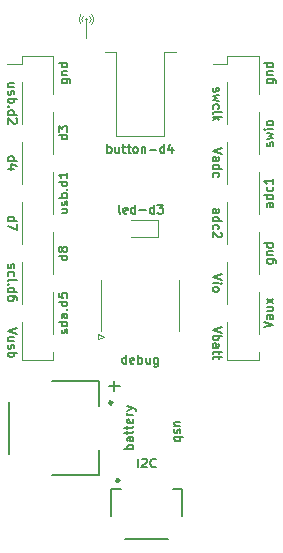
<source format=gbr>
G04 #@! TF.GenerationSoftware,KiCad,Pcbnew,(5.1.5-0-10_14)*
G04 #@! TF.CreationDate,2021-01-28T10:40:12+01:00*
G04 #@! TF.ProjectId,s1-popout-board,73312d70-6f70-46f7-9574-2d626f617264,2*
G04 #@! TF.SameCoordinates,Original*
G04 #@! TF.FileFunction,Legend,Top*
G04 #@! TF.FilePolarity,Positive*
%FSLAX46Y46*%
G04 Gerber Fmt 4.6, Leading zero omitted, Abs format (unit mm)*
G04 Created by KiCad (PCBNEW (5.1.5-0-10_14)) date 2021-01-28 10:40:12*
%MOMM*%
%LPD*%
G04 APERTURE LIST*
%ADD10C,0.120000*%
%ADD11C,0.150000*%
%ADD12C,0.127000*%
%ADD13C,0.300000*%
%ADD14C,0.050000*%
G04 APERTURE END LIST*
D10*
X102676133Y-43173867D02*
G75*
G02X102676133Y-43726133I-276133J-276133D01*
G01*
X102849999Y-43000001D02*
G75*
G02X102849999Y-43899999I-449999J-449999D01*
G01*
X102123867Y-43726133D02*
G75*
G02X102123867Y-43173867I276133J276133D01*
G01*
X102511803Y-43450000D02*
G75*
G03X102511803Y-43450000I-111803J0D01*
G01*
X102400000Y-44050000D02*
X102400000Y-45000000D01*
X101950001Y-43899999D02*
G75*
G02X101950001Y-43000001I449999J449999D01*
G01*
X102400000Y-44100000D02*
X102400000Y-43450000D01*
D11*
X104292857Y-74485714D02*
X105207142Y-74485714D01*
X104750000Y-74942857D02*
X104750000Y-74028571D01*
X104172142Y-54759285D02*
X104172142Y-54009285D01*
X104172142Y-54295000D02*
X104243571Y-54259285D01*
X104386428Y-54259285D01*
X104457857Y-54295000D01*
X104493571Y-54330714D01*
X104529285Y-54402142D01*
X104529285Y-54616428D01*
X104493571Y-54687857D01*
X104457857Y-54723571D01*
X104386428Y-54759285D01*
X104243571Y-54759285D01*
X104172142Y-54723571D01*
X105172142Y-54259285D02*
X105172142Y-54759285D01*
X104850714Y-54259285D02*
X104850714Y-54652142D01*
X104886428Y-54723571D01*
X104957857Y-54759285D01*
X105065000Y-54759285D01*
X105136428Y-54723571D01*
X105172142Y-54687857D01*
X105422142Y-54259285D02*
X105707857Y-54259285D01*
X105529285Y-54009285D02*
X105529285Y-54652142D01*
X105565000Y-54723571D01*
X105636428Y-54759285D01*
X105707857Y-54759285D01*
X105850714Y-54259285D02*
X106136428Y-54259285D01*
X105957857Y-54009285D02*
X105957857Y-54652142D01*
X105993571Y-54723571D01*
X106065000Y-54759285D01*
X106136428Y-54759285D01*
X106493571Y-54759285D02*
X106422142Y-54723571D01*
X106386428Y-54687857D01*
X106350714Y-54616428D01*
X106350714Y-54402142D01*
X106386428Y-54330714D01*
X106422142Y-54295000D01*
X106493571Y-54259285D01*
X106600714Y-54259285D01*
X106672142Y-54295000D01*
X106707857Y-54330714D01*
X106743571Y-54402142D01*
X106743571Y-54616428D01*
X106707857Y-54687857D01*
X106672142Y-54723571D01*
X106600714Y-54759285D01*
X106493571Y-54759285D01*
X107065000Y-54259285D02*
X107065000Y-54759285D01*
X107065000Y-54330714D02*
X107100714Y-54295000D01*
X107172142Y-54259285D01*
X107279285Y-54259285D01*
X107350714Y-54295000D01*
X107386428Y-54366428D01*
X107386428Y-54759285D01*
X107743571Y-54473571D02*
X108315000Y-54473571D01*
X108993571Y-54759285D02*
X108993571Y-54009285D01*
X108993571Y-54723571D02*
X108922142Y-54759285D01*
X108779285Y-54759285D01*
X108707857Y-54723571D01*
X108672142Y-54687857D01*
X108636428Y-54616428D01*
X108636428Y-54402142D01*
X108672142Y-54330714D01*
X108707857Y-54295000D01*
X108779285Y-54259285D01*
X108922142Y-54259285D01*
X108993571Y-54295000D01*
X109672142Y-54259285D02*
X109672142Y-54759285D01*
X109493571Y-53973571D02*
X109315000Y-54509285D01*
X109779285Y-54509285D01*
X105267857Y-59889285D02*
X105196428Y-59853571D01*
X105160714Y-59782142D01*
X105160714Y-59139285D01*
X105839285Y-59853571D02*
X105767857Y-59889285D01*
X105625000Y-59889285D01*
X105553571Y-59853571D01*
X105517857Y-59782142D01*
X105517857Y-59496428D01*
X105553571Y-59425000D01*
X105625000Y-59389285D01*
X105767857Y-59389285D01*
X105839285Y-59425000D01*
X105875000Y-59496428D01*
X105875000Y-59567857D01*
X105517857Y-59639285D01*
X106517857Y-59889285D02*
X106517857Y-59139285D01*
X106517857Y-59853571D02*
X106446428Y-59889285D01*
X106303571Y-59889285D01*
X106232142Y-59853571D01*
X106196428Y-59817857D01*
X106160714Y-59746428D01*
X106160714Y-59532142D01*
X106196428Y-59460714D01*
X106232142Y-59425000D01*
X106303571Y-59389285D01*
X106446428Y-59389285D01*
X106517857Y-59425000D01*
X106875000Y-59603571D02*
X107446428Y-59603571D01*
X108125000Y-59889285D02*
X108125000Y-59139285D01*
X108125000Y-59853571D02*
X108053571Y-59889285D01*
X107910714Y-59889285D01*
X107839285Y-59853571D01*
X107803571Y-59817857D01*
X107767857Y-59746428D01*
X107767857Y-59532142D01*
X107803571Y-59460714D01*
X107839285Y-59425000D01*
X107910714Y-59389285D01*
X108053571Y-59389285D01*
X108125000Y-59425000D01*
X108410714Y-59139285D02*
X108875000Y-59139285D01*
X108625000Y-59425000D01*
X108732142Y-59425000D01*
X108803571Y-59460714D01*
X108839285Y-59496428D01*
X108875000Y-59567857D01*
X108875000Y-59746428D01*
X108839285Y-59817857D01*
X108803571Y-59853571D01*
X108732142Y-59889285D01*
X108517857Y-59889285D01*
X108446428Y-59853571D01*
X108410714Y-59817857D01*
X105771428Y-72589285D02*
X105771428Y-71839285D01*
X105771428Y-72553571D02*
X105700000Y-72589285D01*
X105557142Y-72589285D01*
X105485714Y-72553571D01*
X105450000Y-72517857D01*
X105414285Y-72446428D01*
X105414285Y-72232142D01*
X105450000Y-72160714D01*
X105485714Y-72125000D01*
X105557142Y-72089285D01*
X105700000Y-72089285D01*
X105771428Y-72125000D01*
X106414285Y-72553571D02*
X106342857Y-72589285D01*
X106200000Y-72589285D01*
X106128571Y-72553571D01*
X106092857Y-72482142D01*
X106092857Y-72196428D01*
X106128571Y-72125000D01*
X106200000Y-72089285D01*
X106342857Y-72089285D01*
X106414285Y-72125000D01*
X106450000Y-72196428D01*
X106450000Y-72267857D01*
X106092857Y-72339285D01*
X106771428Y-72589285D02*
X106771428Y-71839285D01*
X106771428Y-72125000D02*
X106842857Y-72089285D01*
X106985714Y-72089285D01*
X107057142Y-72125000D01*
X107092857Y-72160714D01*
X107128571Y-72232142D01*
X107128571Y-72446428D01*
X107092857Y-72517857D01*
X107057142Y-72553571D01*
X106985714Y-72589285D01*
X106842857Y-72589285D01*
X106771428Y-72553571D01*
X107771428Y-72089285D02*
X107771428Y-72589285D01*
X107450000Y-72089285D02*
X107450000Y-72482142D01*
X107485714Y-72553571D01*
X107557142Y-72589285D01*
X107664285Y-72589285D01*
X107735714Y-72553571D01*
X107771428Y-72517857D01*
X108450000Y-72089285D02*
X108450000Y-72696428D01*
X108414285Y-72767857D01*
X108378571Y-72803571D01*
X108307142Y-72839285D01*
X108200000Y-72839285D01*
X108128571Y-72803571D01*
X108450000Y-72553571D02*
X108378571Y-72589285D01*
X108235714Y-72589285D01*
X108164285Y-72553571D01*
X108128571Y-72517857D01*
X108092857Y-72446428D01*
X108092857Y-72232142D01*
X108128571Y-72160714D01*
X108164285Y-72125000D01*
X108235714Y-72089285D01*
X108378571Y-72089285D01*
X108450000Y-72125000D01*
X110350714Y-77837857D02*
X109850714Y-77837857D01*
X110350714Y-77516428D02*
X109957857Y-77516428D01*
X109886428Y-77552142D01*
X109850714Y-77623571D01*
X109850714Y-77730714D01*
X109886428Y-77802142D01*
X109922142Y-77837857D01*
X109886428Y-78159285D02*
X109850714Y-78230714D01*
X109850714Y-78373571D01*
X109886428Y-78445000D01*
X109957857Y-78480714D01*
X109993571Y-78480714D01*
X110065000Y-78445000D01*
X110100714Y-78373571D01*
X110100714Y-78266428D01*
X110136428Y-78195000D01*
X110207857Y-78159285D01*
X110243571Y-78159285D01*
X110315000Y-78195000D01*
X110350714Y-78266428D01*
X110350714Y-78373571D01*
X110315000Y-78445000D01*
X109850714Y-78802142D02*
X110600714Y-78802142D01*
X110315000Y-78802142D02*
X110350714Y-78873571D01*
X110350714Y-79016428D01*
X110315000Y-79087857D01*
X110279285Y-79123571D01*
X110207857Y-79159285D01*
X109993571Y-79159285D01*
X109922142Y-79123571D01*
X109886428Y-79087857D01*
X109850714Y-79016428D01*
X109850714Y-78873571D01*
X109886428Y-78802142D01*
X106767857Y-81389285D02*
X106767857Y-80639285D01*
X107089285Y-80710714D02*
X107125000Y-80675000D01*
X107196428Y-80639285D01*
X107375000Y-80639285D01*
X107446428Y-80675000D01*
X107482142Y-80710714D01*
X107517857Y-80782142D01*
X107517857Y-80853571D01*
X107482142Y-80960714D01*
X107053571Y-81389285D01*
X107517857Y-81389285D01*
X108267857Y-81317857D02*
X108232142Y-81353571D01*
X108125000Y-81389285D01*
X108053571Y-81389285D01*
X107946428Y-81353571D01*
X107875000Y-81282142D01*
X107839285Y-81210714D01*
X107803571Y-81067857D01*
X107803571Y-80960714D01*
X107839285Y-80817857D01*
X107875000Y-80746428D01*
X107946428Y-80675000D01*
X108053571Y-80639285D01*
X108125000Y-80639285D01*
X108232142Y-80675000D01*
X108267857Y-80710714D01*
X106339285Y-79817857D02*
X105589285Y-79817857D01*
X105875000Y-79817857D02*
X105839285Y-79746428D01*
X105839285Y-79603571D01*
X105875000Y-79532142D01*
X105910714Y-79496428D01*
X105982142Y-79460714D01*
X106196428Y-79460714D01*
X106267857Y-79496428D01*
X106303571Y-79532142D01*
X106339285Y-79603571D01*
X106339285Y-79746428D01*
X106303571Y-79817857D01*
X106339285Y-78817857D02*
X105946428Y-78817857D01*
X105875000Y-78853571D01*
X105839285Y-78925000D01*
X105839285Y-79067857D01*
X105875000Y-79139285D01*
X106303571Y-78817857D02*
X106339285Y-78889285D01*
X106339285Y-79067857D01*
X106303571Y-79139285D01*
X106232142Y-79175000D01*
X106160714Y-79175000D01*
X106089285Y-79139285D01*
X106053571Y-79067857D01*
X106053571Y-78889285D01*
X106017857Y-78817857D01*
X105839285Y-78567857D02*
X105839285Y-78282142D01*
X105589285Y-78460714D02*
X106232142Y-78460714D01*
X106303571Y-78425000D01*
X106339285Y-78353571D01*
X106339285Y-78282142D01*
X105839285Y-78139285D02*
X105839285Y-77853571D01*
X105589285Y-78032142D02*
X106232142Y-78032142D01*
X106303571Y-77996428D01*
X106339285Y-77925000D01*
X106339285Y-77853571D01*
X106303571Y-77317857D02*
X106339285Y-77389285D01*
X106339285Y-77532142D01*
X106303571Y-77603571D01*
X106232142Y-77639285D01*
X105946428Y-77639285D01*
X105875000Y-77603571D01*
X105839285Y-77532142D01*
X105839285Y-77389285D01*
X105875000Y-77317857D01*
X105946428Y-77282142D01*
X106017857Y-77282142D01*
X106089285Y-77639285D01*
X106339285Y-76960714D02*
X105839285Y-76960714D01*
X105982142Y-76960714D02*
X105910714Y-76925000D01*
X105875000Y-76889285D01*
X105839285Y-76817857D01*
X105839285Y-76746428D01*
X105839285Y-76567857D02*
X106339285Y-76389285D01*
X105839285Y-76210714D02*
X106339285Y-76389285D01*
X106517857Y-76460714D01*
X106553571Y-76496428D01*
X106589285Y-76567857D01*
X100289285Y-48517857D02*
X100896428Y-48517857D01*
X100967857Y-48553571D01*
X101003571Y-48589285D01*
X101039285Y-48660714D01*
X101039285Y-48767857D01*
X101003571Y-48839285D01*
X100753571Y-48517857D02*
X100789285Y-48589285D01*
X100789285Y-48732142D01*
X100753571Y-48803571D01*
X100717857Y-48839285D01*
X100646428Y-48875000D01*
X100432142Y-48875000D01*
X100360714Y-48839285D01*
X100325000Y-48803571D01*
X100289285Y-48732142D01*
X100289285Y-48589285D01*
X100325000Y-48517857D01*
X100289285Y-48160714D02*
X100789285Y-48160714D01*
X100360714Y-48160714D02*
X100325000Y-48125000D01*
X100289285Y-48053571D01*
X100289285Y-47946428D01*
X100325000Y-47875000D01*
X100396428Y-47839285D01*
X100789285Y-47839285D01*
X100789285Y-47160714D02*
X100039285Y-47160714D01*
X100753571Y-47160714D02*
X100789285Y-47232142D01*
X100789285Y-47375000D01*
X100753571Y-47446428D01*
X100717857Y-47482142D01*
X100646428Y-47517857D01*
X100432142Y-47517857D01*
X100360714Y-47482142D01*
X100325000Y-47446428D01*
X100289285Y-47375000D01*
X100289285Y-47232142D01*
X100325000Y-47160714D01*
X96260714Y-49192857D02*
X95760714Y-49192857D01*
X96260714Y-48871428D02*
X95867857Y-48871428D01*
X95796428Y-48907142D01*
X95760714Y-48978571D01*
X95760714Y-49085714D01*
X95796428Y-49157142D01*
X95832142Y-49192857D01*
X95796428Y-49514285D02*
X95760714Y-49585714D01*
X95760714Y-49728571D01*
X95796428Y-49800000D01*
X95867857Y-49835714D01*
X95903571Y-49835714D01*
X95975000Y-49800000D01*
X96010714Y-49728571D01*
X96010714Y-49621428D01*
X96046428Y-49550000D01*
X96117857Y-49514285D01*
X96153571Y-49514285D01*
X96225000Y-49550000D01*
X96260714Y-49621428D01*
X96260714Y-49728571D01*
X96225000Y-49800000D01*
X95760714Y-50157142D02*
X96510714Y-50157142D01*
X96225000Y-50157142D02*
X96260714Y-50228571D01*
X96260714Y-50371428D01*
X96225000Y-50442857D01*
X96189285Y-50478571D01*
X96117857Y-50514285D01*
X95903571Y-50514285D01*
X95832142Y-50478571D01*
X95796428Y-50442857D01*
X95760714Y-50371428D01*
X95760714Y-50228571D01*
X95796428Y-50157142D01*
X95832142Y-50835714D02*
X95796428Y-50871428D01*
X95760714Y-50835714D01*
X95796428Y-50800000D01*
X95832142Y-50835714D01*
X95760714Y-50835714D01*
X95760714Y-51514285D02*
X96510714Y-51514285D01*
X95796428Y-51514285D02*
X95760714Y-51442857D01*
X95760714Y-51300000D01*
X95796428Y-51228571D01*
X95832142Y-51192857D01*
X95903571Y-51157142D01*
X96117857Y-51157142D01*
X96189285Y-51192857D01*
X96225000Y-51228571D01*
X96260714Y-51300000D01*
X96260714Y-51442857D01*
X96225000Y-51514285D01*
X96439285Y-51835714D02*
X96475000Y-51871428D01*
X96510714Y-51942857D01*
X96510714Y-52121428D01*
X96475000Y-52192857D01*
X96439285Y-52228571D01*
X96367857Y-52264285D01*
X96296428Y-52264285D01*
X96189285Y-52228571D01*
X95760714Y-51800000D01*
X95760714Y-52264285D01*
X100789285Y-53246428D02*
X100039285Y-53246428D01*
X100753571Y-53246428D02*
X100789285Y-53317857D01*
X100789285Y-53460714D01*
X100753571Y-53532142D01*
X100717857Y-53567857D01*
X100646428Y-53603571D01*
X100432142Y-53603571D01*
X100360714Y-53567857D01*
X100325000Y-53532142D01*
X100289285Y-53460714D01*
X100289285Y-53317857D01*
X100325000Y-53246428D01*
X100039285Y-52960714D02*
X100039285Y-52496428D01*
X100325000Y-52746428D01*
X100325000Y-52639285D01*
X100360714Y-52567857D01*
X100396428Y-52532142D01*
X100467857Y-52496428D01*
X100646428Y-52496428D01*
X100717857Y-52532142D01*
X100753571Y-52567857D01*
X100789285Y-52639285D01*
X100789285Y-52853571D01*
X100753571Y-52925000D01*
X100717857Y-52960714D01*
X95760714Y-55403571D02*
X96510714Y-55403571D01*
X95796428Y-55403571D02*
X95760714Y-55332142D01*
X95760714Y-55189285D01*
X95796428Y-55117857D01*
X95832142Y-55082142D01*
X95903571Y-55046428D01*
X96117857Y-55046428D01*
X96189285Y-55082142D01*
X96225000Y-55117857D01*
X96260714Y-55189285D01*
X96260714Y-55332142D01*
X96225000Y-55403571D01*
X96260714Y-56082142D02*
X95760714Y-56082142D01*
X96546428Y-55903571D02*
X96010714Y-55725000D01*
X96010714Y-56189285D01*
X100289285Y-59507142D02*
X100789285Y-59507142D01*
X100289285Y-59828571D02*
X100682142Y-59828571D01*
X100753571Y-59792857D01*
X100789285Y-59721428D01*
X100789285Y-59614285D01*
X100753571Y-59542857D01*
X100717857Y-59507142D01*
X100753571Y-59185714D02*
X100789285Y-59114285D01*
X100789285Y-58971428D01*
X100753571Y-58900000D01*
X100682142Y-58864285D01*
X100646428Y-58864285D01*
X100575000Y-58900000D01*
X100539285Y-58971428D01*
X100539285Y-59078571D01*
X100503571Y-59150000D01*
X100432142Y-59185714D01*
X100396428Y-59185714D01*
X100325000Y-59150000D01*
X100289285Y-59078571D01*
X100289285Y-58971428D01*
X100325000Y-58900000D01*
X100789285Y-58542857D02*
X100039285Y-58542857D01*
X100325000Y-58542857D02*
X100289285Y-58471428D01*
X100289285Y-58328571D01*
X100325000Y-58257142D01*
X100360714Y-58221428D01*
X100432142Y-58185714D01*
X100646428Y-58185714D01*
X100717857Y-58221428D01*
X100753571Y-58257142D01*
X100789285Y-58328571D01*
X100789285Y-58471428D01*
X100753571Y-58542857D01*
X100717857Y-57864285D02*
X100753571Y-57828571D01*
X100789285Y-57864285D01*
X100753571Y-57900000D01*
X100717857Y-57864285D01*
X100789285Y-57864285D01*
X100789285Y-57185714D02*
X100039285Y-57185714D01*
X100753571Y-57185714D02*
X100789285Y-57257142D01*
X100789285Y-57400000D01*
X100753571Y-57471428D01*
X100717857Y-57507142D01*
X100646428Y-57542857D01*
X100432142Y-57542857D01*
X100360714Y-57507142D01*
X100325000Y-57471428D01*
X100289285Y-57400000D01*
X100289285Y-57257142D01*
X100325000Y-57185714D01*
X100789285Y-56435714D02*
X100789285Y-56864285D01*
X100789285Y-56650000D02*
X100039285Y-56650000D01*
X100146428Y-56721428D01*
X100217857Y-56792857D01*
X100253571Y-56864285D01*
X95760714Y-60503571D02*
X96510714Y-60503571D01*
X95796428Y-60503571D02*
X95760714Y-60432142D01*
X95760714Y-60289285D01*
X95796428Y-60217857D01*
X95832142Y-60182142D01*
X95903571Y-60146428D01*
X96117857Y-60146428D01*
X96189285Y-60182142D01*
X96225000Y-60217857D01*
X96260714Y-60289285D01*
X96260714Y-60432142D01*
X96225000Y-60503571D01*
X96510714Y-60789285D02*
X96510714Y-61289285D01*
X95760714Y-60967857D01*
X100789285Y-63446428D02*
X100039285Y-63446428D01*
X100753571Y-63446428D02*
X100789285Y-63517857D01*
X100789285Y-63660714D01*
X100753571Y-63732142D01*
X100717857Y-63767857D01*
X100646428Y-63803571D01*
X100432142Y-63803571D01*
X100360714Y-63767857D01*
X100325000Y-63732142D01*
X100289285Y-63660714D01*
X100289285Y-63517857D01*
X100325000Y-63446428D01*
X100360714Y-62982142D02*
X100325000Y-63053571D01*
X100289285Y-63089285D01*
X100217857Y-63125000D01*
X100182142Y-63125000D01*
X100110714Y-63089285D01*
X100075000Y-63053571D01*
X100039285Y-62982142D01*
X100039285Y-62839285D01*
X100075000Y-62767857D01*
X100110714Y-62732142D01*
X100182142Y-62696428D01*
X100217857Y-62696428D01*
X100289285Y-62732142D01*
X100325000Y-62767857D01*
X100360714Y-62839285D01*
X100360714Y-62982142D01*
X100396428Y-63053571D01*
X100432142Y-63089285D01*
X100503571Y-63125000D01*
X100646428Y-63125000D01*
X100717857Y-63089285D01*
X100753571Y-63053571D01*
X100789285Y-62982142D01*
X100789285Y-62839285D01*
X100753571Y-62767857D01*
X100717857Y-62732142D01*
X100646428Y-62696428D01*
X100503571Y-62696428D01*
X100432142Y-62732142D01*
X100396428Y-62767857D01*
X100360714Y-62839285D01*
X95796428Y-64196428D02*
X95760714Y-64267857D01*
X95760714Y-64410714D01*
X95796428Y-64482142D01*
X95867857Y-64517857D01*
X95903571Y-64517857D01*
X95975000Y-64482142D01*
X96010714Y-64410714D01*
X96010714Y-64303571D01*
X96046428Y-64232142D01*
X96117857Y-64196428D01*
X96153571Y-64196428D01*
X96225000Y-64232142D01*
X96260714Y-64303571D01*
X96260714Y-64410714D01*
X96225000Y-64482142D01*
X95796428Y-65160714D02*
X95760714Y-65089285D01*
X95760714Y-64946428D01*
X95796428Y-64875000D01*
X95832142Y-64839285D01*
X95903571Y-64803571D01*
X96117857Y-64803571D01*
X96189285Y-64839285D01*
X96225000Y-64875000D01*
X96260714Y-64946428D01*
X96260714Y-65089285D01*
X96225000Y-65160714D01*
X95760714Y-65589285D02*
X95796428Y-65517857D01*
X95867857Y-65482142D01*
X96510714Y-65482142D01*
X95832142Y-65875000D02*
X95796428Y-65910714D01*
X95760714Y-65875000D01*
X95796428Y-65839285D01*
X95832142Y-65875000D01*
X95760714Y-65875000D01*
X95760714Y-66553571D02*
X96510714Y-66553571D01*
X95796428Y-66553571D02*
X95760714Y-66482142D01*
X95760714Y-66339285D01*
X95796428Y-66267857D01*
X95832142Y-66232142D01*
X95903571Y-66196428D01*
X96117857Y-66196428D01*
X96189285Y-66232142D01*
X96225000Y-66267857D01*
X96260714Y-66339285D01*
X96260714Y-66482142D01*
X96225000Y-66553571D01*
X96510714Y-67232142D02*
X96510714Y-67089285D01*
X96475000Y-67017857D01*
X96439285Y-66982142D01*
X96332142Y-66910714D01*
X96189285Y-66875000D01*
X95903571Y-66875000D01*
X95832142Y-66910714D01*
X95796428Y-66946428D01*
X95760714Y-67017857D01*
X95760714Y-67160714D01*
X95796428Y-67232142D01*
X95832142Y-67267857D01*
X95903571Y-67303571D01*
X96082142Y-67303571D01*
X96153571Y-67267857D01*
X96189285Y-67232142D01*
X96225000Y-67160714D01*
X96225000Y-67017857D01*
X96189285Y-66946428D01*
X96153571Y-66910714D01*
X96082142Y-66875000D01*
X100753571Y-70014285D02*
X100789285Y-69942857D01*
X100789285Y-69800000D01*
X100753571Y-69728571D01*
X100682142Y-69692857D01*
X100646428Y-69692857D01*
X100575000Y-69728571D01*
X100539285Y-69800000D01*
X100539285Y-69907142D01*
X100503571Y-69978571D01*
X100432142Y-70014285D01*
X100396428Y-70014285D01*
X100325000Y-69978571D01*
X100289285Y-69907142D01*
X100289285Y-69800000D01*
X100325000Y-69728571D01*
X100789285Y-69050000D02*
X100039285Y-69050000D01*
X100753571Y-69050000D02*
X100789285Y-69121428D01*
X100789285Y-69264285D01*
X100753571Y-69335714D01*
X100717857Y-69371428D01*
X100646428Y-69407142D01*
X100432142Y-69407142D01*
X100360714Y-69371428D01*
X100325000Y-69335714D01*
X100289285Y-69264285D01*
X100289285Y-69121428D01*
X100325000Y-69050000D01*
X100789285Y-68371428D02*
X100396428Y-68371428D01*
X100325000Y-68407142D01*
X100289285Y-68478571D01*
X100289285Y-68621428D01*
X100325000Y-68692857D01*
X100753571Y-68371428D02*
X100789285Y-68442857D01*
X100789285Y-68621428D01*
X100753571Y-68692857D01*
X100682142Y-68728571D01*
X100610714Y-68728571D01*
X100539285Y-68692857D01*
X100503571Y-68621428D01*
X100503571Y-68442857D01*
X100467857Y-68371428D01*
X100717857Y-68014285D02*
X100753571Y-67978571D01*
X100789285Y-68014285D01*
X100753571Y-68050000D01*
X100717857Y-68014285D01*
X100789285Y-68014285D01*
X100789285Y-67335714D02*
X100039285Y-67335714D01*
X100753571Y-67335714D02*
X100789285Y-67407142D01*
X100789285Y-67550000D01*
X100753571Y-67621428D01*
X100717857Y-67657142D01*
X100646428Y-67692857D01*
X100432142Y-67692857D01*
X100360714Y-67657142D01*
X100325000Y-67621428D01*
X100289285Y-67550000D01*
X100289285Y-67407142D01*
X100325000Y-67335714D01*
X100039285Y-66621428D02*
X100039285Y-66978571D01*
X100396428Y-67014285D01*
X100360714Y-66978571D01*
X100325000Y-66907142D01*
X100325000Y-66728571D01*
X100360714Y-66657142D01*
X100396428Y-66621428D01*
X100467857Y-66585714D01*
X100646428Y-66585714D01*
X100717857Y-66621428D01*
X100753571Y-66657142D01*
X100789285Y-66728571D01*
X100789285Y-66907142D01*
X100753571Y-66978571D01*
X100717857Y-67014285D01*
X96510714Y-69617857D02*
X95760714Y-69867857D01*
X96510714Y-70117857D01*
X96260714Y-70689285D02*
X95760714Y-70689285D01*
X96260714Y-70367857D02*
X95867857Y-70367857D01*
X95796428Y-70403571D01*
X95760714Y-70475000D01*
X95760714Y-70582142D01*
X95796428Y-70653571D01*
X95832142Y-70689285D01*
X95796428Y-71010714D02*
X95760714Y-71082142D01*
X95760714Y-71225000D01*
X95796428Y-71296428D01*
X95867857Y-71332142D01*
X95903571Y-71332142D01*
X95975000Y-71296428D01*
X96010714Y-71225000D01*
X96010714Y-71117857D01*
X96046428Y-71046428D01*
X96117857Y-71010714D01*
X96153571Y-71010714D01*
X96225000Y-71046428D01*
X96260714Y-71117857D01*
X96260714Y-71225000D01*
X96225000Y-71296428D01*
X95760714Y-71653571D02*
X96510714Y-71653571D01*
X96225000Y-71653571D02*
X96260714Y-71725000D01*
X96260714Y-71867857D01*
X96225000Y-71939285D01*
X96189285Y-71975000D01*
X96117857Y-72010714D01*
X95903571Y-72010714D01*
X95832142Y-71975000D01*
X95796428Y-71939285D01*
X95760714Y-71867857D01*
X95760714Y-71725000D01*
X95796428Y-71653571D01*
X113860714Y-69492857D02*
X113110714Y-69742857D01*
X113860714Y-69992857D01*
X113110714Y-70242857D02*
X113860714Y-70242857D01*
X113575000Y-70242857D02*
X113610714Y-70314285D01*
X113610714Y-70457142D01*
X113575000Y-70528571D01*
X113539285Y-70564285D01*
X113467857Y-70600000D01*
X113253571Y-70600000D01*
X113182142Y-70564285D01*
X113146428Y-70528571D01*
X113110714Y-70457142D01*
X113110714Y-70314285D01*
X113146428Y-70242857D01*
X113110714Y-71242857D02*
X113503571Y-71242857D01*
X113575000Y-71207142D01*
X113610714Y-71135714D01*
X113610714Y-70992857D01*
X113575000Y-70921428D01*
X113146428Y-71242857D02*
X113110714Y-71171428D01*
X113110714Y-70992857D01*
X113146428Y-70921428D01*
X113217857Y-70885714D01*
X113289285Y-70885714D01*
X113360714Y-70921428D01*
X113396428Y-70992857D01*
X113396428Y-71171428D01*
X113432142Y-71242857D01*
X113610714Y-71492857D02*
X113610714Y-71778571D01*
X113860714Y-71600000D02*
X113217857Y-71600000D01*
X113146428Y-71635714D01*
X113110714Y-71707142D01*
X113110714Y-71778571D01*
X113610714Y-71921428D02*
X113610714Y-72207142D01*
X113860714Y-72028571D02*
X113217857Y-72028571D01*
X113146428Y-72064285D01*
X113110714Y-72135714D01*
X113110714Y-72207142D01*
X117439285Y-69532142D02*
X118189285Y-69282142D01*
X117439285Y-69032142D01*
X118189285Y-68460714D02*
X117796428Y-68460714D01*
X117725000Y-68496428D01*
X117689285Y-68567857D01*
X117689285Y-68710714D01*
X117725000Y-68782142D01*
X118153571Y-68460714D02*
X118189285Y-68532142D01*
X118189285Y-68710714D01*
X118153571Y-68782142D01*
X118082142Y-68817857D01*
X118010714Y-68817857D01*
X117939285Y-68782142D01*
X117903571Y-68710714D01*
X117903571Y-68532142D01*
X117867857Y-68460714D01*
X117689285Y-67782142D02*
X118189285Y-67782142D01*
X117689285Y-68103571D02*
X118082142Y-68103571D01*
X118153571Y-68067857D01*
X118189285Y-67996428D01*
X118189285Y-67889285D01*
X118153571Y-67817857D01*
X118117857Y-67782142D01*
X118189285Y-67496428D02*
X117689285Y-67103571D01*
X117689285Y-67496428D02*
X118189285Y-67103571D01*
X113860714Y-65032142D02*
X113110714Y-65282142D01*
X113860714Y-65532142D01*
X113110714Y-65782142D02*
X113610714Y-65782142D01*
X113860714Y-65782142D02*
X113825000Y-65746428D01*
X113789285Y-65782142D01*
X113825000Y-65817857D01*
X113860714Y-65782142D01*
X113789285Y-65782142D01*
X113110714Y-66246428D02*
X113146428Y-66175000D01*
X113182142Y-66139285D01*
X113253571Y-66103571D01*
X113467857Y-66103571D01*
X113539285Y-66139285D01*
X113575000Y-66175000D01*
X113610714Y-66246428D01*
X113610714Y-66353571D01*
X113575000Y-66425000D01*
X113539285Y-66460714D01*
X113467857Y-66496428D01*
X113253571Y-66496428D01*
X113182142Y-66460714D01*
X113146428Y-66425000D01*
X113110714Y-66353571D01*
X113110714Y-66246428D01*
X117689285Y-63767857D02*
X118296428Y-63767857D01*
X118367857Y-63803571D01*
X118403571Y-63839285D01*
X118439285Y-63910714D01*
X118439285Y-64017857D01*
X118403571Y-64089285D01*
X118153571Y-63767857D02*
X118189285Y-63839285D01*
X118189285Y-63982142D01*
X118153571Y-64053571D01*
X118117857Y-64089285D01*
X118046428Y-64125000D01*
X117832142Y-64125000D01*
X117760714Y-64089285D01*
X117725000Y-64053571D01*
X117689285Y-63982142D01*
X117689285Y-63839285D01*
X117725000Y-63767857D01*
X117689285Y-63410714D02*
X118189285Y-63410714D01*
X117760714Y-63410714D02*
X117725000Y-63375000D01*
X117689285Y-63303571D01*
X117689285Y-63196428D01*
X117725000Y-63125000D01*
X117796428Y-63089285D01*
X118189285Y-63089285D01*
X118189285Y-62410714D02*
X117439285Y-62410714D01*
X118153571Y-62410714D02*
X118189285Y-62482142D01*
X118189285Y-62625000D01*
X118153571Y-62696428D01*
X118117857Y-62732142D01*
X118046428Y-62767857D01*
X117832142Y-62767857D01*
X117760714Y-62732142D01*
X117725000Y-62696428D01*
X117689285Y-62625000D01*
X117689285Y-62482142D01*
X117725000Y-62410714D01*
X113110714Y-59842857D02*
X113503571Y-59842857D01*
X113575000Y-59807142D01*
X113610714Y-59735714D01*
X113610714Y-59592857D01*
X113575000Y-59521428D01*
X113146428Y-59842857D02*
X113110714Y-59771428D01*
X113110714Y-59592857D01*
X113146428Y-59521428D01*
X113217857Y-59485714D01*
X113289285Y-59485714D01*
X113360714Y-59521428D01*
X113396428Y-59592857D01*
X113396428Y-59771428D01*
X113432142Y-59842857D01*
X113110714Y-60521428D02*
X113860714Y-60521428D01*
X113146428Y-60521428D02*
X113110714Y-60450000D01*
X113110714Y-60307142D01*
X113146428Y-60235714D01*
X113182142Y-60200000D01*
X113253571Y-60164285D01*
X113467857Y-60164285D01*
X113539285Y-60200000D01*
X113575000Y-60235714D01*
X113610714Y-60307142D01*
X113610714Y-60450000D01*
X113575000Y-60521428D01*
X113146428Y-61200000D02*
X113110714Y-61128571D01*
X113110714Y-60985714D01*
X113146428Y-60914285D01*
X113182142Y-60878571D01*
X113253571Y-60842857D01*
X113467857Y-60842857D01*
X113539285Y-60878571D01*
X113575000Y-60914285D01*
X113610714Y-60985714D01*
X113610714Y-61128571D01*
X113575000Y-61200000D01*
X113789285Y-61485714D02*
X113825000Y-61521428D01*
X113860714Y-61592857D01*
X113860714Y-61771428D01*
X113825000Y-61842857D01*
X113789285Y-61878571D01*
X113717857Y-61914285D01*
X113646428Y-61914285D01*
X113539285Y-61878571D01*
X113110714Y-61450000D01*
X113110714Y-61914285D01*
X118189285Y-59007142D02*
X117796428Y-59007142D01*
X117725000Y-59042857D01*
X117689285Y-59114285D01*
X117689285Y-59257142D01*
X117725000Y-59328571D01*
X118153571Y-59007142D02*
X118189285Y-59078571D01*
X118189285Y-59257142D01*
X118153571Y-59328571D01*
X118082142Y-59364285D01*
X118010714Y-59364285D01*
X117939285Y-59328571D01*
X117903571Y-59257142D01*
X117903571Y-59078571D01*
X117867857Y-59007142D01*
X118189285Y-58328571D02*
X117439285Y-58328571D01*
X118153571Y-58328571D02*
X118189285Y-58400000D01*
X118189285Y-58542857D01*
X118153571Y-58614285D01*
X118117857Y-58650000D01*
X118046428Y-58685714D01*
X117832142Y-58685714D01*
X117760714Y-58650000D01*
X117725000Y-58614285D01*
X117689285Y-58542857D01*
X117689285Y-58400000D01*
X117725000Y-58328571D01*
X118153571Y-57650000D02*
X118189285Y-57721428D01*
X118189285Y-57864285D01*
X118153571Y-57935714D01*
X118117857Y-57971428D01*
X118046428Y-58007142D01*
X117832142Y-58007142D01*
X117760714Y-57971428D01*
X117725000Y-57935714D01*
X117689285Y-57864285D01*
X117689285Y-57721428D01*
X117725000Y-57650000D01*
X118189285Y-56935714D02*
X118189285Y-57364285D01*
X118189285Y-57150000D02*
X117439285Y-57150000D01*
X117546428Y-57221428D01*
X117617857Y-57292857D01*
X117653571Y-57364285D01*
X113860714Y-54350000D02*
X113110714Y-54600000D01*
X113860714Y-54850000D01*
X113110714Y-55421428D02*
X113503571Y-55421428D01*
X113575000Y-55385714D01*
X113610714Y-55314285D01*
X113610714Y-55171428D01*
X113575000Y-55100000D01*
X113146428Y-55421428D02*
X113110714Y-55350000D01*
X113110714Y-55171428D01*
X113146428Y-55100000D01*
X113217857Y-55064285D01*
X113289285Y-55064285D01*
X113360714Y-55100000D01*
X113396428Y-55171428D01*
X113396428Y-55350000D01*
X113432142Y-55421428D01*
X113110714Y-56100000D02*
X113860714Y-56100000D01*
X113146428Y-56100000D02*
X113110714Y-56028571D01*
X113110714Y-55885714D01*
X113146428Y-55814285D01*
X113182142Y-55778571D01*
X113253571Y-55742857D01*
X113467857Y-55742857D01*
X113539285Y-55778571D01*
X113575000Y-55814285D01*
X113610714Y-55885714D01*
X113610714Y-56028571D01*
X113575000Y-56100000D01*
X113146428Y-56778571D02*
X113110714Y-56707142D01*
X113110714Y-56564285D01*
X113146428Y-56492857D01*
X113182142Y-56457142D01*
X113253571Y-56421428D01*
X113467857Y-56421428D01*
X113539285Y-56457142D01*
X113575000Y-56492857D01*
X113610714Y-56564285D01*
X113610714Y-56707142D01*
X113575000Y-56778571D01*
X118153571Y-54171428D02*
X118189285Y-54100000D01*
X118189285Y-53957142D01*
X118153571Y-53885714D01*
X118082142Y-53850000D01*
X118046428Y-53850000D01*
X117975000Y-53885714D01*
X117939285Y-53957142D01*
X117939285Y-54064285D01*
X117903571Y-54135714D01*
X117832142Y-54171428D01*
X117796428Y-54171428D01*
X117725000Y-54135714D01*
X117689285Y-54064285D01*
X117689285Y-53957142D01*
X117725000Y-53885714D01*
X117689285Y-53600000D02*
X118189285Y-53457142D01*
X117832142Y-53314285D01*
X118189285Y-53171428D01*
X117689285Y-53028571D01*
X118189285Y-52742857D02*
X117689285Y-52742857D01*
X117439285Y-52742857D02*
X117475000Y-52778571D01*
X117510714Y-52742857D01*
X117475000Y-52707142D01*
X117439285Y-52742857D01*
X117510714Y-52742857D01*
X118189285Y-52278571D02*
X118153571Y-52350000D01*
X118117857Y-52385714D01*
X118046428Y-52421428D01*
X117832142Y-52421428D01*
X117760714Y-52385714D01*
X117725000Y-52350000D01*
X117689285Y-52278571D01*
X117689285Y-52171428D01*
X117725000Y-52100000D01*
X117760714Y-52064285D01*
X117832142Y-52028571D01*
X118046428Y-52028571D01*
X118117857Y-52064285D01*
X118153571Y-52100000D01*
X118189285Y-52171428D01*
X118189285Y-52278571D01*
X113146428Y-49255000D02*
X113110714Y-49326428D01*
X113110714Y-49469285D01*
X113146428Y-49540714D01*
X113217857Y-49576428D01*
X113253571Y-49576428D01*
X113325000Y-49540714D01*
X113360714Y-49469285D01*
X113360714Y-49362142D01*
X113396428Y-49290714D01*
X113467857Y-49255000D01*
X113503571Y-49255000D01*
X113575000Y-49290714D01*
X113610714Y-49362142D01*
X113610714Y-49469285D01*
X113575000Y-49540714D01*
X113610714Y-49826428D02*
X113110714Y-49969285D01*
X113467857Y-50112142D01*
X113110714Y-50255000D01*
X113610714Y-50397857D01*
X113146428Y-51005000D02*
X113110714Y-50933571D01*
X113110714Y-50790714D01*
X113146428Y-50719285D01*
X113182142Y-50683571D01*
X113253571Y-50647857D01*
X113467857Y-50647857D01*
X113539285Y-50683571D01*
X113575000Y-50719285D01*
X113610714Y-50790714D01*
X113610714Y-50933571D01*
X113575000Y-51005000D01*
X113110714Y-51433571D02*
X113146428Y-51362142D01*
X113217857Y-51326428D01*
X113860714Y-51326428D01*
X113110714Y-51719285D02*
X113860714Y-51719285D01*
X113396428Y-51790714D02*
X113110714Y-52005000D01*
X113610714Y-52005000D02*
X113325000Y-51719285D01*
X117689285Y-48517857D02*
X118296428Y-48517857D01*
X118367857Y-48553571D01*
X118403571Y-48589285D01*
X118439285Y-48660714D01*
X118439285Y-48767857D01*
X118403571Y-48839285D01*
X118153571Y-48517857D02*
X118189285Y-48589285D01*
X118189285Y-48732142D01*
X118153571Y-48803571D01*
X118117857Y-48839285D01*
X118046428Y-48875000D01*
X117832142Y-48875000D01*
X117760714Y-48839285D01*
X117725000Y-48803571D01*
X117689285Y-48732142D01*
X117689285Y-48589285D01*
X117725000Y-48517857D01*
X117689285Y-48160714D02*
X118189285Y-48160714D01*
X117760714Y-48160714D02*
X117725000Y-48125000D01*
X117689285Y-48053571D01*
X117689285Y-47946428D01*
X117725000Y-47875000D01*
X117796428Y-47839285D01*
X118189285Y-47839285D01*
X118189285Y-47160714D02*
X117439285Y-47160714D01*
X118153571Y-47160714D02*
X118189285Y-47232142D01*
X118189285Y-47375000D01*
X118153571Y-47446428D01*
X118117857Y-47482142D01*
X118046428Y-47517857D01*
X117832142Y-47517857D01*
X117760714Y-47482142D01*
X117725000Y-47446428D01*
X117689285Y-47375000D01*
X117689285Y-47232142D01*
X117725000Y-47160714D01*
D12*
X105700000Y-87450000D02*
X109300000Y-87450000D01*
X110500000Y-83200000D02*
X110500000Y-85475000D01*
X109700000Y-83200000D02*
X110500000Y-83200000D01*
X104500000Y-83200000D02*
X104500000Y-85475000D01*
X105300000Y-83200000D02*
X104500000Y-83200000D01*
D13*
X105150000Y-82490000D02*
G75*
G03X105150000Y-82490000I-100000J0D01*
G01*
D10*
X110250000Y-69800000D02*
X110250000Y-65550000D01*
X103650000Y-69800000D02*
X103650000Y-65550000D01*
X103400000Y-70050000D02*
X103400000Y-70550000D01*
X103900000Y-70300000D02*
X103400000Y-70550000D01*
X103900000Y-70300000D02*
X103400000Y-70050000D01*
D12*
X99450000Y-82000000D02*
X103450000Y-82000000D01*
X95850000Y-75850000D02*
X95850000Y-80250000D01*
D13*
X104550000Y-75900000D02*
G75*
G03X104550000Y-75900000I-100000J0D01*
G01*
D12*
X103450000Y-74100000D02*
X99450000Y-74100000D01*
X103450000Y-76150000D02*
X103450000Y-74100000D01*
X103450000Y-82000000D02*
X103450000Y-79950000D01*
D10*
X113110000Y-47230000D02*
X114320000Y-47230000D01*
X114320000Y-69070000D02*
X114320000Y-72280000D01*
X114320000Y-63990000D02*
X114320000Y-67550000D01*
X114320000Y-58910000D02*
X114320000Y-62470000D01*
X114320000Y-53830000D02*
X114320000Y-57390000D01*
X114320000Y-48750000D02*
X114320000Y-52310000D01*
X114320000Y-46560000D02*
X114320000Y-47230000D01*
X114320000Y-72280000D02*
X116980000Y-72280000D01*
X116980000Y-71610000D02*
X116980000Y-72280000D01*
X116980000Y-66530000D02*
X116980000Y-70090000D01*
X116980000Y-61450000D02*
X116980000Y-65010000D01*
X116980000Y-56370000D02*
X116980000Y-59930000D01*
X116980000Y-51290000D02*
X116980000Y-54850000D01*
X116980000Y-46560000D02*
X116980000Y-49770000D01*
X114320000Y-46560000D02*
X116980000Y-46560000D01*
D14*
X104900000Y-46175000D02*
X103950000Y-46175000D01*
X109000000Y-46175000D02*
X109950000Y-46175000D01*
X109000000Y-53300000D02*
X109000000Y-46175000D01*
X104900000Y-53300000D02*
X104900000Y-46175000D01*
X104900000Y-53300000D02*
X109000000Y-53300000D01*
D10*
X95710000Y-47230000D02*
X96920000Y-47230000D01*
X96920000Y-69070000D02*
X96920000Y-72280000D01*
X96920000Y-63990000D02*
X96920000Y-67550000D01*
X96920000Y-58910000D02*
X96920000Y-62470000D01*
X96920000Y-53830000D02*
X96920000Y-57390000D01*
X96920000Y-48750000D02*
X96920000Y-52310000D01*
X96920000Y-46560000D02*
X96920000Y-47230000D01*
X96920000Y-72280000D02*
X99580000Y-72280000D01*
X99580000Y-71610000D02*
X99580000Y-72280000D01*
X99580000Y-66530000D02*
X99580000Y-70090000D01*
X99580000Y-61450000D02*
X99580000Y-65010000D01*
X99580000Y-56370000D02*
X99580000Y-59930000D01*
X99580000Y-51290000D02*
X99580000Y-54850000D01*
X99580000Y-46560000D02*
X99580000Y-49770000D01*
X96920000Y-46560000D02*
X99580000Y-46560000D01*
X108455000Y-60403332D02*
X106170000Y-60403332D01*
X108455000Y-61873332D02*
X108455000Y-60403332D01*
X106170000Y-61873332D02*
X108455000Y-61873332D01*
M02*

</source>
